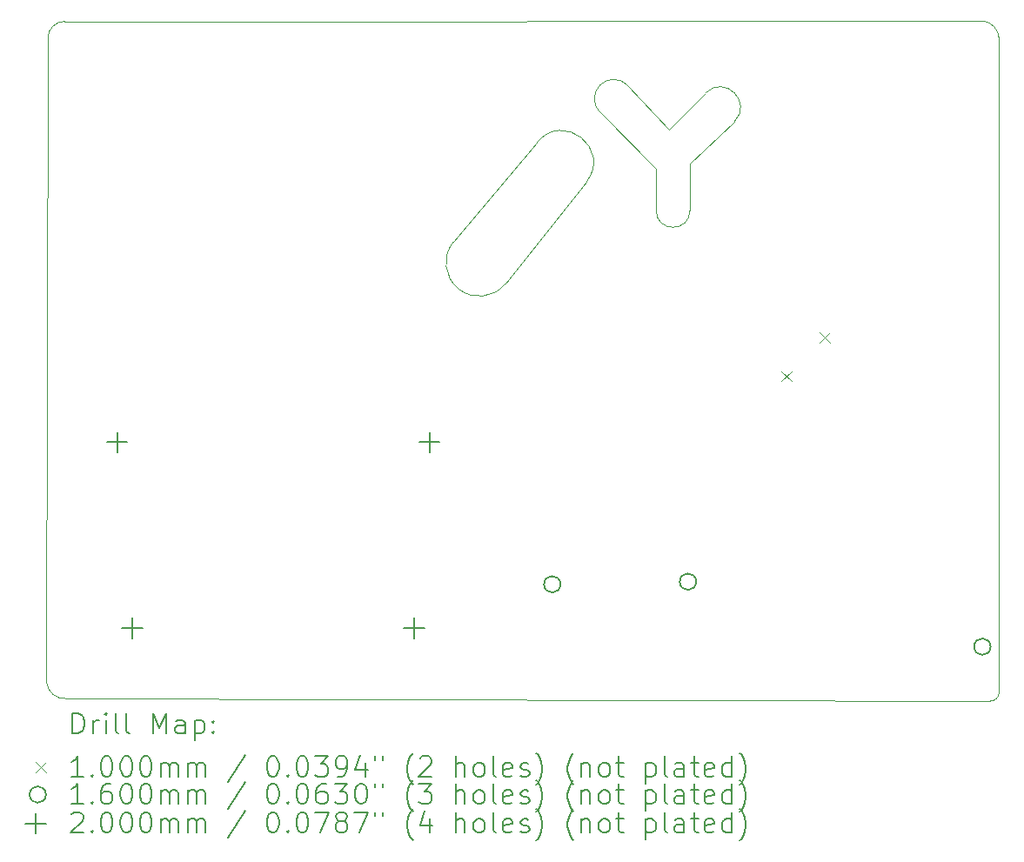
<source format=gbr>
%FSLAX45Y45*%
G04 Gerber Fmt 4.5, Leading zero omitted, Abs format (unit mm)*
G04 Created by KiCad (PCBNEW (6.0.1)) date 2022-11-29 11:44:14*
%MOMM*%
%LPD*%
G01*
G04 APERTURE LIST*
%TA.AperFunction,Profile*%
%ADD10C,0.100000*%
%TD*%
%ADD11C,0.200000*%
%ADD12C,0.100000*%
%ADD13C,0.160000*%
G04 APERTURE END LIST*
D10*
X8940800Y-6451600D02*
X8928434Y-12712700D01*
X14581500Y-6906100D02*
G75*
G03*
X14314800Y-7172800I-133350J-133350D01*
G01*
X18034000Y-6281100D02*
X9105900Y-6286500D01*
X14860900Y-7718900D02*
X14860900Y-8125300D01*
X15622900Y-7261700D02*
X15191100Y-7668100D01*
X9118600Y-12877800D02*
X18110200Y-12903200D01*
X15622900Y-7261700D02*
G75*
G03*
X15343500Y-6982300I-139700J139700D01*
G01*
X14860900Y-8125300D02*
G75*
G03*
X15191100Y-8125300I165100J0D01*
G01*
X14182900Y-7849100D02*
G75*
G03*
X13700300Y-7468100I-241300J190500D01*
G01*
X18110200Y-12903200D02*
G75*
G03*
X18199738Y-12814938I1268J88261D01*
G01*
X15191100Y-8125300D02*
X15191100Y-7668100D01*
X12887500Y-8433300D02*
G75*
G03*
X13395500Y-8839700I254000J-203200D01*
G01*
X8928434Y-12712700D02*
G75*
G03*
X9118600Y-12877800I176595J11337D01*
G01*
X13395500Y-8839700D02*
X14182900Y-7849100D01*
X18199100Y-6451600D02*
G75*
G03*
X18034000Y-6281100I-181173J-10250D01*
G01*
X15343500Y-6982300D02*
X14987900Y-7337900D01*
X18199100Y-6451600D02*
X18199738Y-12814938D01*
X9105900Y-6286500D02*
G75*
G03*
X8940800Y-6451600I0J-165100D01*
G01*
X14314800Y-7172800D02*
X14860900Y-7718900D01*
X13700300Y-7468100D02*
X12887500Y-8433300D01*
X14581500Y-6906100D02*
X14987900Y-7337900D01*
D11*
D12*
X16077500Y-9689400D02*
X16177500Y-9789400D01*
X16177500Y-9689400D02*
X16077500Y-9789400D01*
X16455500Y-9311400D02*
X16555500Y-9411400D01*
X16555500Y-9311400D02*
X16455500Y-9411400D01*
D13*
X13930300Y-11765900D02*
G75*
G03*
X13930300Y-11765900I-80000J0D01*
G01*
X15251100Y-11740500D02*
G75*
G03*
X15251100Y-11740500I-80000J0D01*
G01*
X18116500Y-12372480D02*
G75*
G03*
X18116500Y-12372480I-80000J0D01*
G01*
D11*
X9614900Y-10283000D02*
X9614900Y-10483000D01*
X9514900Y-10383000D02*
X9714900Y-10383000D01*
X9764900Y-12093000D02*
X9764900Y-12293000D01*
X9664900Y-12193000D02*
X9864900Y-12193000D01*
X12504900Y-12093000D02*
X12504900Y-12293000D01*
X12404900Y-12193000D02*
X12604900Y-12193000D01*
X12654900Y-10283000D02*
X12654900Y-10483000D01*
X12554900Y-10383000D02*
X12754900Y-10383000D01*
X9181053Y-13218685D02*
X9181053Y-13018685D01*
X9228672Y-13018685D01*
X9257244Y-13028209D01*
X9276291Y-13047257D01*
X9285815Y-13066304D01*
X9295339Y-13104399D01*
X9295339Y-13132971D01*
X9285815Y-13171066D01*
X9276291Y-13190114D01*
X9257244Y-13209161D01*
X9228672Y-13218685D01*
X9181053Y-13218685D01*
X9381053Y-13218685D02*
X9381053Y-13085352D01*
X9381053Y-13123447D02*
X9390577Y-13104399D01*
X9400101Y-13094876D01*
X9419148Y-13085352D01*
X9438196Y-13085352D01*
X9504863Y-13218685D02*
X9504863Y-13085352D01*
X9504863Y-13018685D02*
X9495339Y-13028209D01*
X9504863Y-13037733D01*
X9514386Y-13028209D01*
X9504863Y-13018685D01*
X9504863Y-13037733D01*
X9628672Y-13218685D02*
X9609625Y-13209161D01*
X9600101Y-13190114D01*
X9600101Y-13018685D01*
X9733434Y-13218685D02*
X9714386Y-13209161D01*
X9704863Y-13190114D01*
X9704863Y-13018685D01*
X9962006Y-13218685D02*
X9962006Y-13018685D01*
X10028672Y-13161542D01*
X10095339Y-13018685D01*
X10095339Y-13218685D01*
X10276291Y-13218685D02*
X10276291Y-13113923D01*
X10266767Y-13094876D01*
X10247720Y-13085352D01*
X10209625Y-13085352D01*
X10190577Y-13094876D01*
X10276291Y-13209161D02*
X10257244Y-13218685D01*
X10209625Y-13218685D01*
X10190577Y-13209161D01*
X10181053Y-13190114D01*
X10181053Y-13171066D01*
X10190577Y-13152019D01*
X10209625Y-13142495D01*
X10257244Y-13142495D01*
X10276291Y-13132971D01*
X10371529Y-13085352D02*
X10371529Y-13285352D01*
X10371529Y-13094876D02*
X10390577Y-13085352D01*
X10428672Y-13085352D01*
X10447720Y-13094876D01*
X10457244Y-13104399D01*
X10466767Y-13123447D01*
X10466767Y-13180590D01*
X10457244Y-13199638D01*
X10447720Y-13209161D01*
X10428672Y-13218685D01*
X10390577Y-13218685D01*
X10371529Y-13209161D01*
X10552482Y-13199638D02*
X10562006Y-13209161D01*
X10552482Y-13218685D01*
X10542958Y-13209161D01*
X10552482Y-13199638D01*
X10552482Y-13218685D01*
X10552482Y-13094876D02*
X10562006Y-13104399D01*
X10552482Y-13113923D01*
X10542958Y-13104399D01*
X10552482Y-13094876D01*
X10552482Y-13113923D01*
D12*
X8823434Y-13498209D02*
X8923434Y-13598209D01*
X8923434Y-13498209D02*
X8823434Y-13598209D01*
D11*
X9285815Y-13638685D02*
X9171529Y-13638685D01*
X9228672Y-13638685D02*
X9228672Y-13438685D01*
X9209625Y-13467257D01*
X9190577Y-13486304D01*
X9171529Y-13495828D01*
X9371529Y-13619638D02*
X9381053Y-13629161D01*
X9371529Y-13638685D01*
X9362006Y-13629161D01*
X9371529Y-13619638D01*
X9371529Y-13638685D01*
X9504863Y-13438685D02*
X9523910Y-13438685D01*
X9542958Y-13448209D01*
X9552482Y-13457733D01*
X9562006Y-13476780D01*
X9571529Y-13514876D01*
X9571529Y-13562495D01*
X9562006Y-13600590D01*
X9552482Y-13619638D01*
X9542958Y-13629161D01*
X9523910Y-13638685D01*
X9504863Y-13638685D01*
X9485815Y-13629161D01*
X9476291Y-13619638D01*
X9466767Y-13600590D01*
X9457244Y-13562495D01*
X9457244Y-13514876D01*
X9466767Y-13476780D01*
X9476291Y-13457733D01*
X9485815Y-13448209D01*
X9504863Y-13438685D01*
X9695339Y-13438685D02*
X9714386Y-13438685D01*
X9733434Y-13448209D01*
X9742958Y-13457733D01*
X9752482Y-13476780D01*
X9762006Y-13514876D01*
X9762006Y-13562495D01*
X9752482Y-13600590D01*
X9742958Y-13619638D01*
X9733434Y-13629161D01*
X9714386Y-13638685D01*
X9695339Y-13638685D01*
X9676291Y-13629161D01*
X9666767Y-13619638D01*
X9657244Y-13600590D01*
X9647720Y-13562495D01*
X9647720Y-13514876D01*
X9657244Y-13476780D01*
X9666767Y-13457733D01*
X9676291Y-13448209D01*
X9695339Y-13438685D01*
X9885815Y-13438685D02*
X9904863Y-13438685D01*
X9923910Y-13448209D01*
X9933434Y-13457733D01*
X9942958Y-13476780D01*
X9952482Y-13514876D01*
X9952482Y-13562495D01*
X9942958Y-13600590D01*
X9933434Y-13619638D01*
X9923910Y-13629161D01*
X9904863Y-13638685D01*
X9885815Y-13638685D01*
X9866767Y-13629161D01*
X9857244Y-13619638D01*
X9847720Y-13600590D01*
X9838196Y-13562495D01*
X9838196Y-13514876D01*
X9847720Y-13476780D01*
X9857244Y-13457733D01*
X9866767Y-13448209D01*
X9885815Y-13438685D01*
X10038196Y-13638685D02*
X10038196Y-13505352D01*
X10038196Y-13524399D02*
X10047720Y-13514876D01*
X10066767Y-13505352D01*
X10095339Y-13505352D01*
X10114386Y-13514876D01*
X10123910Y-13533923D01*
X10123910Y-13638685D01*
X10123910Y-13533923D02*
X10133434Y-13514876D01*
X10152482Y-13505352D01*
X10181053Y-13505352D01*
X10200101Y-13514876D01*
X10209625Y-13533923D01*
X10209625Y-13638685D01*
X10304863Y-13638685D02*
X10304863Y-13505352D01*
X10304863Y-13524399D02*
X10314386Y-13514876D01*
X10333434Y-13505352D01*
X10362006Y-13505352D01*
X10381053Y-13514876D01*
X10390577Y-13533923D01*
X10390577Y-13638685D01*
X10390577Y-13533923D02*
X10400101Y-13514876D01*
X10419148Y-13505352D01*
X10447720Y-13505352D01*
X10466767Y-13514876D01*
X10476291Y-13533923D01*
X10476291Y-13638685D01*
X10866767Y-13429161D02*
X10695339Y-13686304D01*
X11123910Y-13438685D02*
X11142958Y-13438685D01*
X11162006Y-13448209D01*
X11171529Y-13457733D01*
X11181053Y-13476780D01*
X11190577Y-13514876D01*
X11190577Y-13562495D01*
X11181053Y-13600590D01*
X11171529Y-13619638D01*
X11162006Y-13629161D01*
X11142958Y-13638685D01*
X11123910Y-13638685D01*
X11104863Y-13629161D01*
X11095339Y-13619638D01*
X11085815Y-13600590D01*
X11076291Y-13562495D01*
X11076291Y-13514876D01*
X11085815Y-13476780D01*
X11095339Y-13457733D01*
X11104863Y-13448209D01*
X11123910Y-13438685D01*
X11276291Y-13619638D02*
X11285815Y-13629161D01*
X11276291Y-13638685D01*
X11266767Y-13629161D01*
X11276291Y-13619638D01*
X11276291Y-13638685D01*
X11409624Y-13438685D02*
X11428672Y-13438685D01*
X11447720Y-13448209D01*
X11457244Y-13457733D01*
X11466767Y-13476780D01*
X11476291Y-13514876D01*
X11476291Y-13562495D01*
X11466767Y-13600590D01*
X11457244Y-13619638D01*
X11447720Y-13629161D01*
X11428672Y-13638685D01*
X11409624Y-13638685D01*
X11390577Y-13629161D01*
X11381053Y-13619638D01*
X11371529Y-13600590D01*
X11362005Y-13562495D01*
X11362005Y-13514876D01*
X11371529Y-13476780D01*
X11381053Y-13457733D01*
X11390577Y-13448209D01*
X11409624Y-13438685D01*
X11542958Y-13438685D02*
X11666767Y-13438685D01*
X11600101Y-13514876D01*
X11628672Y-13514876D01*
X11647720Y-13524399D01*
X11657244Y-13533923D01*
X11666767Y-13552971D01*
X11666767Y-13600590D01*
X11657244Y-13619638D01*
X11647720Y-13629161D01*
X11628672Y-13638685D01*
X11571529Y-13638685D01*
X11552482Y-13629161D01*
X11542958Y-13619638D01*
X11762005Y-13638685D02*
X11800101Y-13638685D01*
X11819148Y-13629161D01*
X11828672Y-13619638D01*
X11847720Y-13591066D01*
X11857244Y-13552971D01*
X11857244Y-13476780D01*
X11847720Y-13457733D01*
X11838196Y-13448209D01*
X11819148Y-13438685D01*
X11781053Y-13438685D01*
X11762005Y-13448209D01*
X11752482Y-13457733D01*
X11742958Y-13476780D01*
X11742958Y-13524399D01*
X11752482Y-13543447D01*
X11762005Y-13552971D01*
X11781053Y-13562495D01*
X11819148Y-13562495D01*
X11838196Y-13552971D01*
X11847720Y-13543447D01*
X11857244Y-13524399D01*
X12028672Y-13505352D02*
X12028672Y-13638685D01*
X11981053Y-13429161D02*
X11933434Y-13572019D01*
X12057244Y-13572019D01*
X12123910Y-13438685D02*
X12123910Y-13476780D01*
X12200101Y-13438685D02*
X12200101Y-13476780D01*
X12495339Y-13714876D02*
X12485815Y-13705352D01*
X12466767Y-13676780D01*
X12457244Y-13657733D01*
X12447720Y-13629161D01*
X12438196Y-13581542D01*
X12438196Y-13543447D01*
X12447720Y-13495828D01*
X12457244Y-13467257D01*
X12466767Y-13448209D01*
X12485815Y-13419638D01*
X12495339Y-13410114D01*
X12562005Y-13457733D02*
X12571529Y-13448209D01*
X12590577Y-13438685D01*
X12638196Y-13438685D01*
X12657244Y-13448209D01*
X12666767Y-13457733D01*
X12676291Y-13476780D01*
X12676291Y-13495828D01*
X12666767Y-13524399D01*
X12552482Y-13638685D01*
X12676291Y-13638685D01*
X12914386Y-13638685D02*
X12914386Y-13438685D01*
X13000101Y-13638685D02*
X13000101Y-13533923D01*
X12990577Y-13514876D01*
X12971529Y-13505352D01*
X12942958Y-13505352D01*
X12923910Y-13514876D01*
X12914386Y-13524399D01*
X13123910Y-13638685D02*
X13104863Y-13629161D01*
X13095339Y-13619638D01*
X13085815Y-13600590D01*
X13085815Y-13543447D01*
X13095339Y-13524399D01*
X13104863Y-13514876D01*
X13123910Y-13505352D01*
X13152482Y-13505352D01*
X13171529Y-13514876D01*
X13181053Y-13524399D01*
X13190577Y-13543447D01*
X13190577Y-13600590D01*
X13181053Y-13619638D01*
X13171529Y-13629161D01*
X13152482Y-13638685D01*
X13123910Y-13638685D01*
X13304863Y-13638685D02*
X13285815Y-13629161D01*
X13276291Y-13610114D01*
X13276291Y-13438685D01*
X13457244Y-13629161D02*
X13438196Y-13638685D01*
X13400101Y-13638685D01*
X13381053Y-13629161D01*
X13371529Y-13610114D01*
X13371529Y-13533923D01*
X13381053Y-13514876D01*
X13400101Y-13505352D01*
X13438196Y-13505352D01*
X13457244Y-13514876D01*
X13466767Y-13533923D01*
X13466767Y-13552971D01*
X13371529Y-13572019D01*
X13542958Y-13629161D02*
X13562005Y-13638685D01*
X13600101Y-13638685D01*
X13619148Y-13629161D01*
X13628672Y-13610114D01*
X13628672Y-13600590D01*
X13619148Y-13581542D01*
X13600101Y-13572019D01*
X13571529Y-13572019D01*
X13552482Y-13562495D01*
X13542958Y-13543447D01*
X13542958Y-13533923D01*
X13552482Y-13514876D01*
X13571529Y-13505352D01*
X13600101Y-13505352D01*
X13619148Y-13514876D01*
X13695339Y-13714876D02*
X13704863Y-13705352D01*
X13723910Y-13676780D01*
X13733434Y-13657733D01*
X13742958Y-13629161D01*
X13752482Y-13581542D01*
X13752482Y-13543447D01*
X13742958Y-13495828D01*
X13733434Y-13467257D01*
X13723910Y-13448209D01*
X13704863Y-13419638D01*
X13695339Y-13410114D01*
X14057244Y-13714876D02*
X14047720Y-13705352D01*
X14028672Y-13676780D01*
X14019148Y-13657733D01*
X14009624Y-13629161D01*
X14000101Y-13581542D01*
X14000101Y-13543447D01*
X14009624Y-13495828D01*
X14019148Y-13467257D01*
X14028672Y-13448209D01*
X14047720Y-13419638D01*
X14057244Y-13410114D01*
X14133434Y-13505352D02*
X14133434Y-13638685D01*
X14133434Y-13524399D02*
X14142958Y-13514876D01*
X14162005Y-13505352D01*
X14190577Y-13505352D01*
X14209624Y-13514876D01*
X14219148Y-13533923D01*
X14219148Y-13638685D01*
X14342958Y-13638685D02*
X14323910Y-13629161D01*
X14314386Y-13619638D01*
X14304863Y-13600590D01*
X14304863Y-13543447D01*
X14314386Y-13524399D01*
X14323910Y-13514876D01*
X14342958Y-13505352D01*
X14371529Y-13505352D01*
X14390577Y-13514876D01*
X14400101Y-13524399D01*
X14409624Y-13543447D01*
X14409624Y-13600590D01*
X14400101Y-13619638D01*
X14390577Y-13629161D01*
X14371529Y-13638685D01*
X14342958Y-13638685D01*
X14466767Y-13505352D02*
X14542958Y-13505352D01*
X14495339Y-13438685D02*
X14495339Y-13610114D01*
X14504863Y-13629161D01*
X14523910Y-13638685D01*
X14542958Y-13638685D01*
X14762005Y-13505352D02*
X14762005Y-13705352D01*
X14762005Y-13514876D02*
X14781053Y-13505352D01*
X14819148Y-13505352D01*
X14838196Y-13514876D01*
X14847720Y-13524399D01*
X14857244Y-13543447D01*
X14857244Y-13600590D01*
X14847720Y-13619638D01*
X14838196Y-13629161D01*
X14819148Y-13638685D01*
X14781053Y-13638685D01*
X14762005Y-13629161D01*
X14971529Y-13638685D02*
X14952482Y-13629161D01*
X14942958Y-13610114D01*
X14942958Y-13438685D01*
X15133434Y-13638685D02*
X15133434Y-13533923D01*
X15123910Y-13514876D01*
X15104863Y-13505352D01*
X15066767Y-13505352D01*
X15047720Y-13514876D01*
X15133434Y-13629161D02*
X15114386Y-13638685D01*
X15066767Y-13638685D01*
X15047720Y-13629161D01*
X15038196Y-13610114D01*
X15038196Y-13591066D01*
X15047720Y-13572019D01*
X15066767Y-13562495D01*
X15114386Y-13562495D01*
X15133434Y-13552971D01*
X15200101Y-13505352D02*
X15276291Y-13505352D01*
X15228672Y-13438685D02*
X15228672Y-13610114D01*
X15238196Y-13629161D01*
X15257244Y-13638685D01*
X15276291Y-13638685D01*
X15419148Y-13629161D02*
X15400101Y-13638685D01*
X15362005Y-13638685D01*
X15342958Y-13629161D01*
X15333434Y-13610114D01*
X15333434Y-13533923D01*
X15342958Y-13514876D01*
X15362005Y-13505352D01*
X15400101Y-13505352D01*
X15419148Y-13514876D01*
X15428672Y-13533923D01*
X15428672Y-13552971D01*
X15333434Y-13572019D01*
X15600101Y-13638685D02*
X15600101Y-13438685D01*
X15600101Y-13629161D02*
X15581053Y-13638685D01*
X15542958Y-13638685D01*
X15523910Y-13629161D01*
X15514386Y-13619638D01*
X15504863Y-13600590D01*
X15504863Y-13543447D01*
X15514386Y-13524399D01*
X15523910Y-13514876D01*
X15542958Y-13505352D01*
X15581053Y-13505352D01*
X15600101Y-13514876D01*
X15676291Y-13714876D02*
X15685815Y-13705352D01*
X15704863Y-13676780D01*
X15714386Y-13657733D01*
X15723910Y-13629161D01*
X15733434Y-13581542D01*
X15733434Y-13543447D01*
X15723910Y-13495828D01*
X15714386Y-13467257D01*
X15704863Y-13448209D01*
X15685815Y-13419638D01*
X15676291Y-13410114D01*
D13*
X8923434Y-13812209D02*
G75*
G03*
X8923434Y-13812209I-80000J0D01*
G01*
D11*
X9285815Y-13902685D02*
X9171529Y-13902685D01*
X9228672Y-13902685D02*
X9228672Y-13702685D01*
X9209625Y-13731257D01*
X9190577Y-13750304D01*
X9171529Y-13759828D01*
X9371529Y-13883638D02*
X9381053Y-13893161D01*
X9371529Y-13902685D01*
X9362006Y-13893161D01*
X9371529Y-13883638D01*
X9371529Y-13902685D01*
X9552482Y-13702685D02*
X9514386Y-13702685D01*
X9495339Y-13712209D01*
X9485815Y-13721733D01*
X9466767Y-13750304D01*
X9457244Y-13788399D01*
X9457244Y-13864590D01*
X9466767Y-13883638D01*
X9476291Y-13893161D01*
X9495339Y-13902685D01*
X9533434Y-13902685D01*
X9552482Y-13893161D01*
X9562006Y-13883638D01*
X9571529Y-13864590D01*
X9571529Y-13816971D01*
X9562006Y-13797923D01*
X9552482Y-13788399D01*
X9533434Y-13778876D01*
X9495339Y-13778876D01*
X9476291Y-13788399D01*
X9466767Y-13797923D01*
X9457244Y-13816971D01*
X9695339Y-13702685D02*
X9714386Y-13702685D01*
X9733434Y-13712209D01*
X9742958Y-13721733D01*
X9752482Y-13740780D01*
X9762006Y-13778876D01*
X9762006Y-13826495D01*
X9752482Y-13864590D01*
X9742958Y-13883638D01*
X9733434Y-13893161D01*
X9714386Y-13902685D01*
X9695339Y-13902685D01*
X9676291Y-13893161D01*
X9666767Y-13883638D01*
X9657244Y-13864590D01*
X9647720Y-13826495D01*
X9647720Y-13778876D01*
X9657244Y-13740780D01*
X9666767Y-13721733D01*
X9676291Y-13712209D01*
X9695339Y-13702685D01*
X9885815Y-13702685D02*
X9904863Y-13702685D01*
X9923910Y-13712209D01*
X9933434Y-13721733D01*
X9942958Y-13740780D01*
X9952482Y-13778876D01*
X9952482Y-13826495D01*
X9942958Y-13864590D01*
X9933434Y-13883638D01*
X9923910Y-13893161D01*
X9904863Y-13902685D01*
X9885815Y-13902685D01*
X9866767Y-13893161D01*
X9857244Y-13883638D01*
X9847720Y-13864590D01*
X9838196Y-13826495D01*
X9838196Y-13778876D01*
X9847720Y-13740780D01*
X9857244Y-13721733D01*
X9866767Y-13712209D01*
X9885815Y-13702685D01*
X10038196Y-13902685D02*
X10038196Y-13769352D01*
X10038196Y-13788399D02*
X10047720Y-13778876D01*
X10066767Y-13769352D01*
X10095339Y-13769352D01*
X10114386Y-13778876D01*
X10123910Y-13797923D01*
X10123910Y-13902685D01*
X10123910Y-13797923D02*
X10133434Y-13778876D01*
X10152482Y-13769352D01*
X10181053Y-13769352D01*
X10200101Y-13778876D01*
X10209625Y-13797923D01*
X10209625Y-13902685D01*
X10304863Y-13902685D02*
X10304863Y-13769352D01*
X10304863Y-13788399D02*
X10314386Y-13778876D01*
X10333434Y-13769352D01*
X10362006Y-13769352D01*
X10381053Y-13778876D01*
X10390577Y-13797923D01*
X10390577Y-13902685D01*
X10390577Y-13797923D02*
X10400101Y-13778876D01*
X10419148Y-13769352D01*
X10447720Y-13769352D01*
X10466767Y-13778876D01*
X10476291Y-13797923D01*
X10476291Y-13902685D01*
X10866767Y-13693161D02*
X10695339Y-13950304D01*
X11123910Y-13702685D02*
X11142958Y-13702685D01*
X11162006Y-13712209D01*
X11171529Y-13721733D01*
X11181053Y-13740780D01*
X11190577Y-13778876D01*
X11190577Y-13826495D01*
X11181053Y-13864590D01*
X11171529Y-13883638D01*
X11162006Y-13893161D01*
X11142958Y-13902685D01*
X11123910Y-13902685D01*
X11104863Y-13893161D01*
X11095339Y-13883638D01*
X11085815Y-13864590D01*
X11076291Y-13826495D01*
X11076291Y-13778876D01*
X11085815Y-13740780D01*
X11095339Y-13721733D01*
X11104863Y-13712209D01*
X11123910Y-13702685D01*
X11276291Y-13883638D02*
X11285815Y-13893161D01*
X11276291Y-13902685D01*
X11266767Y-13893161D01*
X11276291Y-13883638D01*
X11276291Y-13902685D01*
X11409624Y-13702685D02*
X11428672Y-13702685D01*
X11447720Y-13712209D01*
X11457244Y-13721733D01*
X11466767Y-13740780D01*
X11476291Y-13778876D01*
X11476291Y-13826495D01*
X11466767Y-13864590D01*
X11457244Y-13883638D01*
X11447720Y-13893161D01*
X11428672Y-13902685D01*
X11409624Y-13902685D01*
X11390577Y-13893161D01*
X11381053Y-13883638D01*
X11371529Y-13864590D01*
X11362005Y-13826495D01*
X11362005Y-13778876D01*
X11371529Y-13740780D01*
X11381053Y-13721733D01*
X11390577Y-13712209D01*
X11409624Y-13702685D01*
X11647720Y-13702685D02*
X11609624Y-13702685D01*
X11590577Y-13712209D01*
X11581053Y-13721733D01*
X11562005Y-13750304D01*
X11552482Y-13788399D01*
X11552482Y-13864590D01*
X11562005Y-13883638D01*
X11571529Y-13893161D01*
X11590577Y-13902685D01*
X11628672Y-13902685D01*
X11647720Y-13893161D01*
X11657244Y-13883638D01*
X11666767Y-13864590D01*
X11666767Y-13816971D01*
X11657244Y-13797923D01*
X11647720Y-13788399D01*
X11628672Y-13778876D01*
X11590577Y-13778876D01*
X11571529Y-13788399D01*
X11562005Y-13797923D01*
X11552482Y-13816971D01*
X11733434Y-13702685D02*
X11857244Y-13702685D01*
X11790577Y-13778876D01*
X11819148Y-13778876D01*
X11838196Y-13788399D01*
X11847720Y-13797923D01*
X11857244Y-13816971D01*
X11857244Y-13864590D01*
X11847720Y-13883638D01*
X11838196Y-13893161D01*
X11819148Y-13902685D01*
X11762005Y-13902685D01*
X11742958Y-13893161D01*
X11733434Y-13883638D01*
X11981053Y-13702685D02*
X12000101Y-13702685D01*
X12019148Y-13712209D01*
X12028672Y-13721733D01*
X12038196Y-13740780D01*
X12047720Y-13778876D01*
X12047720Y-13826495D01*
X12038196Y-13864590D01*
X12028672Y-13883638D01*
X12019148Y-13893161D01*
X12000101Y-13902685D01*
X11981053Y-13902685D01*
X11962005Y-13893161D01*
X11952482Y-13883638D01*
X11942958Y-13864590D01*
X11933434Y-13826495D01*
X11933434Y-13778876D01*
X11942958Y-13740780D01*
X11952482Y-13721733D01*
X11962005Y-13712209D01*
X11981053Y-13702685D01*
X12123910Y-13702685D02*
X12123910Y-13740780D01*
X12200101Y-13702685D02*
X12200101Y-13740780D01*
X12495339Y-13978876D02*
X12485815Y-13969352D01*
X12466767Y-13940780D01*
X12457244Y-13921733D01*
X12447720Y-13893161D01*
X12438196Y-13845542D01*
X12438196Y-13807447D01*
X12447720Y-13759828D01*
X12457244Y-13731257D01*
X12466767Y-13712209D01*
X12485815Y-13683638D01*
X12495339Y-13674114D01*
X12552482Y-13702685D02*
X12676291Y-13702685D01*
X12609624Y-13778876D01*
X12638196Y-13778876D01*
X12657244Y-13788399D01*
X12666767Y-13797923D01*
X12676291Y-13816971D01*
X12676291Y-13864590D01*
X12666767Y-13883638D01*
X12657244Y-13893161D01*
X12638196Y-13902685D01*
X12581053Y-13902685D01*
X12562005Y-13893161D01*
X12552482Y-13883638D01*
X12914386Y-13902685D02*
X12914386Y-13702685D01*
X13000101Y-13902685D02*
X13000101Y-13797923D01*
X12990577Y-13778876D01*
X12971529Y-13769352D01*
X12942958Y-13769352D01*
X12923910Y-13778876D01*
X12914386Y-13788399D01*
X13123910Y-13902685D02*
X13104863Y-13893161D01*
X13095339Y-13883638D01*
X13085815Y-13864590D01*
X13085815Y-13807447D01*
X13095339Y-13788399D01*
X13104863Y-13778876D01*
X13123910Y-13769352D01*
X13152482Y-13769352D01*
X13171529Y-13778876D01*
X13181053Y-13788399D01*
X13190577Y-13807447D01*
X13190577Y-13864590D01*
X13181053Y-13883638D01*
X13171529Y-13893161D01*
X13152482Y-13902685D01*
X13123910Y-13902685D01*
X13304863Y-13902685D02*
X13285815Y-13893161D01*
X13276291Y-13874114D01*
X13276291Y-13702685D01*
X13457244Y-13893161D02*
X13438196Y-13902685D01*
X13400101Y-13902685D01*
X13381053Y-13893161D01*
X13371529Y-13874114D01*
X13371529Y-13797923D01*
X13381053Y-13778876D01*
X13400101Y-13769352D01*
X13438196Y-13769352D01*
X13457244Y-13778876D01*
X13466767Y-13797923D01*
X13466767Y-13816971D01*
X13371529Y-13836019D01*
X13542958Y-13893161D02*
X13562005Y-13902685D01*
X13600101Y-13902685D01*
X13619148Y-13893161D01*
X13628672Y-13874114D01*
X13628672Y-13864590D01*
X13619148Y-13845542D01*
X13600101Y-13836019D01*
X13571529Y-13836019D01*
X13552482Y-13826495D01*
X13542958Y-13807447D01*
X13542958Y-13797923D01*
X13552482Y-13778876D01*
X13571529Y-13769352D01*
X13600101Y-13769352D01*
X13619148Y-13778876D01*
X13695339Y-13978876D02*
X13704863Y-13969352D01*
X13723910Y-13940780D01*
X13733434Y-13921733D01*
X13742958Y-13893161D01*
X13752482Y-13845542D01*
X13752482Y-13807447D01*
X13742958Y-13759828D01*
X13733434Y-13731257D01*
X13723910Y-13712209D01*
X13704863Y-13683638D01*
X13695339Y-13674114D01*
X14057244Y-13978876D02*
X14047720Y-13969352D01*
X14028672Y-13940780D01*
X14019148Y-13921733D01*
X14009624Y-13893161D01*
X14000101Y-13845542D01*
X14000101Y-13807447D01*
X14009624Y-13759828D01*
X14019148Y-13731257D01*
X14028672Y-13712209D01*
X14047720Y-13683638D01*
X14057244Y-13674114D01*
X14133434Y-13769352D02*
X14133434Y-13902685D01*
X14133434Y-13788399D02*
X14142958Y-13778876D01*
X14162005Y-13769352D01*
X14190577Y-13769352D01*
X14209624Y-13778876D01*
X14219148Y-13797923D01*
X14219148Y-13902685D01*
X14342958Y-13902685D02*
X14323910Y-13893161D01*
X14314386Y-13883638D01*
X14304863Y-13864590D01*
X14304863Y-13807447D01*
X14314386Y-13788399D01*
X14323910Y-13778876D01*
X14342958Y-13769352D01*
X14371529Y-13769352D01*
X14390577Y-13778876D01*
X14400101Y-13788399D01*
X14409624Y-13807447D01*
X14409624Y-13864590D01*
X14400101Y-13883638D01*
X14390577Y-13893161D01*
X14371529Y-13902685D01*
X14342958Y-13902685D01*
X14466767Y-13769352D02*
X14542958Y-13769352D01*
X14495339Y-13702685D02*
X14495339Y-13874114D01*
X14504863Y-13893161D01*
X14523910Y-13902685D01*
X14542958Y-13902685D01*
X14762005Y-13769352D02*
X14762005Y-13969352D01*
X14762005Y-13778876D02*
X14781053Y-13769352D01*
X14819148Y-13769352D01*
X14838196Y-13778876D01*
X14847720Y-13788399D01*
X14857244Y-13807447D01*
X14857244Y-13864590D01*
X14847720Y-13883638D01*
X14838196Y-13893161D01*
X14819148Y-13902685D01*
X14781053Y-13902685D01*
X14762005Y-13893161D01*
X14971529Y-13902685D02*
X14952482Y-13893161D01*
X14942958Y-13874114D01*
X14942958Y-13702685D01*
X15133434Y-13902685D02*
X15133434Y-13797923D01*
X15123910Y-13778876D01*
X15104863Y-13769352D01*
X15066767Y-13769352D01*
X15047720Y-13778876D01*
X15133434Y-13893161D02*
X15114386Y-13902685D01*
X15066767Y-13902685D01*
X15047720Y-13893161D01*
X15038196Y-13874114D01*
X15038196Y-13855066D01*
X15047720Y-13836019D01*
X15066767Y-13826495D01*
X15114386Y-13826495D01*
X15133434Y-13816971D01*
X15200101Y-13769352D02*
X15276291Y-13769352D01*
X15228672Y-13702685D02*
X15228672Y-13874114D01*
X15238196Y-13893161D01*
X15257244Y-13902685D01*
X15276291Y-13902685D01*
X15419148Y-13893161D02*
X15400101Y-13902685D01*
X15362005Y-13902685D01*
X15342958Y-13893161D01*
X15333434Y-13874114D01*
X15333434Y-13797923D01*
X15342958Y-13778876D01*
X15362005Y-13769352D01*
X15400101Y-13769352D01*
X15419148Y-13778876D01*
X15428672Y-13797923D01*
X15428672Y-13816971D01*
X15333434Y-13836019D01*
X15600101Y-13902685D02*
X15600101Y-13702685D01*
X15600101Y-13893161D02*
X15581053Y-13902685D01*
X15542958Y-13902685D01*
X15523910Y-13893161D01*
X15514386Y-13883638D01*
X15504863Y-13864590D01*
X15504863Y-13807447D01*
X15514386Y-13788399D01*
X15523910Y-13778876D01*
X15542958Y-13769352D01*
X15581053Y-13769352D01*
X15600101Y-13778876D01*
X15676291Y-13978876D02*
X15685815Y-13969352D01*
X15704863Y-13940780D01*
X15714386Y-13921733D01*
X15723910Y-13893161D01*
X15733434Y-13845542D01*
X15733434Y-13807447D01*
X15723910Y-13759828D01*
X15714386Y-13731257D01*
X15704863Y-13712209D01*
X15685815Y-13683638D01*
X15676291Y-13674114D01*
X8823434Y-13992209D02*
X8823434Y-14192209D01*
X8723434Y-14092209D02*
X8923434Y-14092209D01*
X9171529Y-14001733D02*
X9181053Y-13992209D01*
X9200101Y-13982685D01*
X9247720Y-13982685D01*
X9266767Y-13992209D01*
X9276291Y-14001733D01*
X9285815Y-14020780D01*
X9285815Y-14039828D01*
X9276291Y-14068399D01*
X9162006Y-14182685D01*
X9285815Y-14182685D01*
X9371529Y-14163638D02*
X9381053Y-14173161D01*
X9371529Y-14182685D01*
X9362006Y-14173161D01*
X9371529Y-14163638D01*
X9371529Y-14182685D01*
X9504863Y-13982685D02*
X9523910Y-13982685D01*
X9542958Y-13992209D01*
X9552482Y-14001733D01*
X9562006Y-14020780D01*
X9571529Y-14058876D01*
X9571529Y-14106495D01*
X9562006Y-14144590D01*
X9552482Y-14163638D01*
X9542958Y-14173161D01*
X9523910Y-14182685D01*
X9504863Y-14182685D01*
X9485815Y-14173161D01*
X9476291Y-14163638D01*
X9466767Y-14144590D01*
X9457244Y-14106495D01*
X9457244Y-14058876D01*
X9466767Y-14020780D01*
X9476291Y-14001733D01*
X9485815Y-13992209D01*
X9504863Y-13982685D01*
X9695339Y-13982685D02*
X9714386Y-13982685D01*
X9733434Y-13992209D01*
X9742958Y-14001733D01*
X9752482Y-14020780D01*
X9762006Y-14058876D01*
X9762006Y-14106495D01*
X9752482Y-14144590D01*
X9742958Y-14163638D01*
X9733434Y-14173161D01*
X9714386Y-14182685D01*
X9695339Y-14182685D01*
X9676291Y-14173161D01*
X9666767Y-14163638D01*
X9657244Y-14144590D01*
X9647720Y-14106495D01*
X9647720Y-14058876D01*
X9657244Y-14020780D01*
X9666767Y-14001733D01*
X9676291Y-13992209D01*
X9695339Y-13982685D01*
X9885815Y-13982685D02*
X9904863Y-13982685D01*
X9923910Y-13992209D01*
X9933434Y-14001733D01*
X9942958Y-14020780D01*
X9952482Y-14058876D01*
X9952482Y-14106495D01*
X9942958Y-14144590D01*
X9933434Y-14163638D01*
X9923910Y-14173161D01*
X9904863Y-14182685D01*
X9885815Y-14182685D01*
X9866767Y-14173161D01*
X9857244Y-14163638D01*
X9847720Y-14144590D01*
X9838196Y-14106495D01*
X9838196Y-14058876D01*
X9847720Y-14020780D01*
X9857244Y-14001733D01*
X9866767Y-13992209D01*
X9885815Y-13982685D01*
X10038196Y-14182685D02*
X10038196Y-14049352D01*
X10038196Y-14068399D02*
X10047720Y-14058876D01*
X10066767Y-14049352D01*
X10095339Y-14049352D01*
X10114386Y-14058876D01*
X10123910Y-14077923D01*
X10123910Y-14182685D01*
X10123910Y-14077923D02*
X10133434Y-14058876D01*
X10152482Y-14049352D01*
X10181053Y-14049352D01*
X10200101Y-14058876D01*
X10209625Y-14077923D01*
X10209625Y-14182685D01*
X10304863Y-14182685D02*
X10304863Y-14049352D01*
X10304863Y-14068399D02*
X10314386Y-14058876D01*
X10333434Y-14049352D01*
X10362006Y-14049352D01*
X10381053Y-14058876D01*
X10390577Y-14077923D01*
X10390577Y-14182685D01*
X10390577Y-14077923D02*
X10400101Y-14058876D01*
X10419148Y-14049352D01*
X10447720Y-14049352D01*
X10466767Y-14058876D01*
X10476291Y-14077923D01*
X10476291Y-14182685D01*
X10866767Y-13973161D02*
X10695339Y-14230304D01*
X11123910Y-13982685D02*
X11142958Y-13982685D01*
X11162006Y-13992209D01*
X11171529Y-14001733D01*
X11181053Y-14020780D01*
X11190577Y-14058876D01*
X11190577Y-14106495D01*
X11181053Y-14144590D01*
X11171529Y-14163638D01*
X11162006Y-14173161D01*
X11142958Y-14182685D01*
X11123910Y-14182685D01*
X11104863Y-14173161D01*
X11095339Y-14163638D01*
X11085815Y-14144590D01*
X11076291Y-14106495D01*
X11076291Y-14058876D01*
X11085815Y-14020780D01*
X11095339Y-14001733D01*
X11104863Y-13992209D01*
X11123910Y-13982685D01*
X11276291Y-14163638D02*
X11285815Y-14173161D01*
X11276291Y-14182685D01*
X11266767Y-14173161D01*
X11276291Y-14163638D01*
X11276291Y-14182685D01*
X11409624Y-13982685D02*
X11428672Y-13982685D01*
X11447720Y-13992209D01*
X11457244Y-14001733D01*
X11466767Y-14020780D01*
X11476291Y-14058876D01*
X11476291Y-14106495D01*
X11466767Y-14144590D01*
X11457244Y-14163638D01*
X11447720Y-14173161D01*
X11428672Y-14182685D01*
X11409624Y-14182685D01*
X11390577Y-14173161D01*
X11381053Y-14163638D01*
X11371529Y-14144590D01*
X11362005Y-14106495D01*
X11362005Y-14058876D01*
X11371529Y-14020780D01*
X11381053Y-14001733D01*
X11390577Y-13992209D01*
X11409624Y-13982685D01*
X11542958Y-13982685D02*
X11676291Y-13982685D01*
X11590577Y-14182685D01*
X11781053Y-14068399D02*
X11762005Y-14058876D01*
X11752482Y-14049352D01*
X11742958Y-14030304D01*
X11742958Y-14020780D01*
X11752482Y-14001733D01*
X11762005Y-13992209D01*
X11781053Y-13982685D01*
X11819148Y-13982685D01*
X11838196Y-13992209D01*
X11847720Y-14001733D01*
X11857244Y-14020780D01*
X11857244Y-14030304D01*
X11847720Y-14049352D01*
X11838196Y-14058876D01*
X11819148Y-14068399D01*
X11781053Y-14068399D01*
X11762005Y-14077923D01*
X11752482Y-14087447D01*
X11742958Y-14106495D01*
X11742958Y-14144590D01*
X11752482Y-14163638D01*
X11762005Y-14173161D01*
X11781053Y-14182685D01*
X11819148Y-14182685D01*
X11838196Y-14173161D01*
X11847720Y-14163638D01*
X11857244Y-14144590D01*
X11857244Y-14106495D01*
X11847720Y-14087447D01*
X11838196Y-14077923D01*
X11819148Y-14068399D01*
X11923910Y-13982685D02*
X12057244Y-13982685D01*
X11971529Y-14182685D01*
X12123910Y-13982685D02*
X12123910Y-14020780D01*
X12200101Y-13982685D02*
X12200101Y-14020780D01*
X12495339Y-14258876D02*
X12485815Y-14249352D01*
X12466767Y-14220780D01*
X12457244Y-14201733D01*
X12447720Y-14173161D01*
X12438196Y-14125542D01*
X12438196Y-14087447D01*
X12447720Y-14039828D01*
X12457244Y-14011257D01*
X12466767Y-13992209D01*
X12485815Y-13963638D01*
X12495339Y-13954114D01*
X12657244Y-14049352D02*
X12657244Y-14182685D01*
X12609624Y-13973161D02*
X12562005Y-14116019D01*
X12685815Y-14116019D01*
X12914386Y-14182685D02*
X12914386Y-13982685D01*
X13000101Y-14182685D02*
X13000101Y-14077923D01*
X12990577Y-14058876D01*
X12971529Y-14049352D01*
X12942958Y-14049352D01*
X12923910Y-14058876D01*
X12914386Y-14068399D01*
X13123910Y-14182685D02*
X13104863Y-14173161D01*
X13095339Y-14163638D01*
X13085815Y-14144590D01*
X13085815Y-14087447D01*
X13095339Y-14068399D01*
X13104863Y-14058876D01*
X13123910Y-14049352D01*
X13152482Y-14049352D01*
X13171529Y-14058876D01*
X13181053Y-14068399D01*
X13190577Y-14087447D01*
X13190577Y-14144590D01*
X13181053Y-14163638D01*
X13171529Y-14173161D01*
X13152482Y-14182685D01*
X13123910Y-14182685D01*
X13304863Y-14182685D02*
X13285815Y-14173161D01*
X13276291Y-14154114D01*
X13276291Y-13982685D01*
X13457244Y-14173161D02*
X13438196Y-14182685D01*
X13400101Y-14182685D01*
X13381053Y-14173161D01*
X13371529Y-14154114D01*
X13371529Y-14077923D01*
X13381053Y-14058876D01*
X13400101Y-14049352D01*
X13438196Y-14049352D01*
X13457244Y-14058876D01*
X13466767Y-14077923D01*
X13466767Y-14096971D01*
X13371529Y-14116019D01*
X13542958Y-14173161D02*
X13562005Y-14182685D01*
X13600101Y-14182685D01*
X13619148Y-14173161D01*
X13628672Y-14154114D01*
X13628672Y-14144590D01*
X13619148Y-14125542D01*
X13600101Y-14116019D01*
X13571529Y-14116019D01*
X13552482Y-14106495D01*
X13542958Y-14087447D01*
X13542958Y-14077923D01*
X13552482Y-14058876D01*
X13571529Y-14049352D01*
X13600101Y-14049352D01*
X13619148Y-14058876D01*
X13695339Y-14258876D02*
X13704863Y-14249352D01*
X13723910Y-14220780D01*
X13733434Y-14201733D01*
X13742958Y-14173161D01*
X13752482Y-14125542D01*
X13752482Y-14087447D01*
X13742958Y-14039828D01*
X13733434Y-14011257D01*
X13723910Y-13992209D01*
X13704863Y-13963638D01*
X13695339Y-13954114D01*
X14057244Y-14258876D02*
X14047720Y-14249352D01*
X14028672Y-14220780D01*
X14019148Y-14201733D01*
X14009624Y-14173161D01*
X14000101Y-14125542D01*
X14000101Y-14087447D01*
X14009624Y-14039828D01*
X14019148Y-14011257D01*
X14028672Y-13992209D01*
X14047720Y-13963638D01*
X14057244Y-13954114D01*
X14133434Y-14049352D02*
X14133434Y-14182685D01*
X14133434Y-14068399D02*
X14142958Y-14058876D01*
X14162005Y-14049352D01*
X14190577Y-14049352D01*
X14209624Y-14058876D01*
X14219148Y-14077923D01*
X14219148Y-14182685D01*
X14342958Y-14182685D02*
X14323910Y-14173161D01*
X14314386Y-14163638D01*
X14304863Y-14144590D01*
X14304863Y-14087447D01*
X14314386Y-14068399D01*
X14323910Y-14058876D01*
X14342958Y-14049352D01*
X14371529Y-14049352D01*
X14390577Y-14058876D01*
X14400101Y-14068399D01*
X14409624Y-14087447D01*
X14409624Y-14144590D01*
X14400101Y-14163638D01*
X14390577Y-14173161D01*
X14371529Y-14182685D01*
X14342958Y-14182685D01*
X14466767Y-14049352D02*
X14542958Y-14049352D01*
X14495339Y-13982685D02*
X14495339Y-14154114D01*
X14504863Y-14173161D01*
X14523910Y-14182685D01*
X14542958Y-14182685D01*
X14762005Y-14049352D02*
X14762005Y-14249352D01*
X14762005Y-14058876D02*
X14781053Y-14049352D01*
X14819148Y-14049352D01*
X14838196Y-14058876D01*
X14847720Y-14068399D01*
X14857244Y-14087447D01*
X14857244Y-14144590D01*
X14847720Y-14163638D01*
X14838196Y-14173161D01*
X14819148Y-14182685D01*
X14781053Y-14182685D01*
X14762005Y-14173161D01*
X14971529Y-14182685D02*
X14952482Y-14173161D01*
X14942958Y-14154114D01*
X14942958Y-13982685D01*
X15133434Y-14182685D02*
X15133434Y-14077923D01*
X15123910Y-14058876D01*
X15104863Y-14049352D01*
X15066767Y-14049352D01*
X15047720Y-14058876D01*
X15133434Y-14173161D02*
X15114386Y-14182685D01*
X15066767Y-14182685D01*
X15047720Y-14173161D01*
X15038196Y-14154114D01*
X15038196Y-14135066D01*
X15047720Y-14116019D01*
X15066767Y-14106495D01*
X15114386Y-14106495D01*
X15133434Y-14096971D01*
X15200101Y-14049352D02*
X15276291Y-14049352D01*
X15228672Y-13982685D02*
X15228672Y-14154114D01*
X15238196Y-14173161D01*
X15257244Y-14182685D01*
X15276291Y-14182685D01*
X15419148Y-14173161D02*
X15400101Y-14182685D01*
X15362005Y-14182685D01*
X15342958Y-14173161D01*
X15333434Y-14154114D01*
X15333434Y-14077923D01*
X15342958Y-14058876D01*
X15362005Y-14049352D01*
X15400101Y-14049352D01*
X15419148Y-14058876D01*
X15428672Y-14077923D01*
X15428672Y-14096971D01*
X15333434Y-14116019D01*
X15600101Y-14182685D02*
X15600101Y-13982685D01*
X15600101Y-14173161D02*
X15581053Y-14182685D01*
X15542958Y-14182685D01*
X15523910Y-14173161D01*
X15514386Y-14163638D01*
X15504863Y-14144590D01*
X15504863Y-14087447D01*
X15514386Y-14068399D01*
X15523910Y-14058876D01*
X15542958Y-14049352D01*
X15581053Y-14049352D01*
X15600101Y-14058876D01*
X15676291Y-14258876D02*
X15685815Y-14249352D01*
X15704863Y-14220780D01*
X15714386Y-14201733D01*
X15723910Y-14173161D01*
X15733434Y-14125542D01*
X15733434Y-14087447D01*
X15723910Y-14039828D01*
X15714386Y-14011257D01*
X15704863Y-13992209D01*
X15685815Y-13963638D01*
X15676291Y-13954114D01*
M02*

</source>
